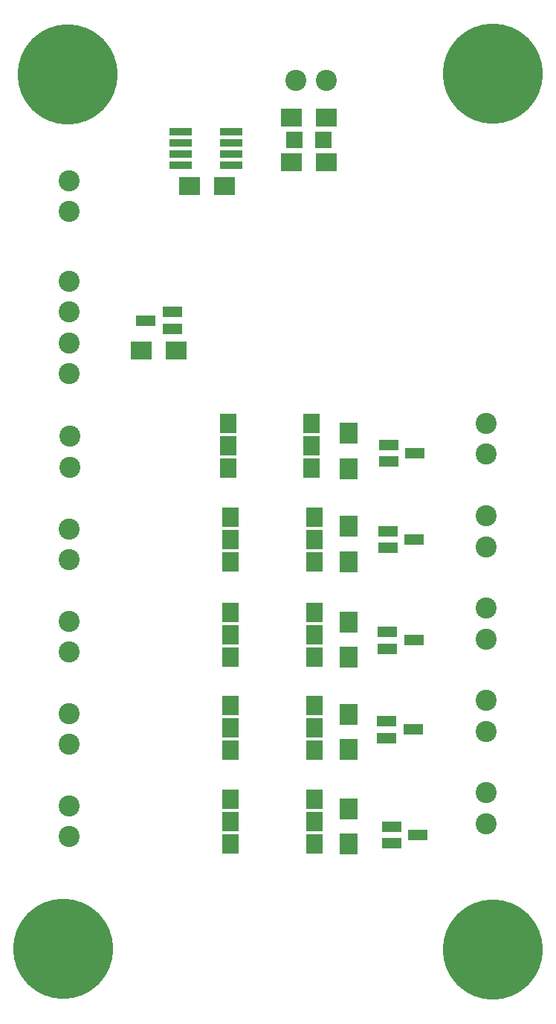
<source format=gbr>
G04 #@! TF.FileFunction,Soldermask,Top*
%FSLAX46Y46*%
G04 Gerber Fmt 4.6, Leading zero omitted, Abs format (unit mm)*
G04 Created by KiCad (PCBNEW 4.0.4-stable) date Sunday, January 08, 2017 'AMt' 04:40:19 AM*
%MOMM*%
%LPD*%
G01*
G04 APERTURE LIST*
%ADD10C,0.100000*%
%ADD11R,1.900000X1.900000*%
%ADD12C,2.400000*%
%ADD13R,2.300000X1.200000*%
%ADD14R,2.400000X2.100000*%
%ADD15R,2.100000X2.400000*%
%ADD16R,2.550000X0.850000*%
%ADD17R,1.920000X2.180000*%
%ADD18C,11.400000*%
%ADD19C,1.100000*%
%ADD20R,2.400000X2.000000*%
G04 APERTURE END LIST*
D10*
D11*
X33650000Y-14800000D03*
X36950000Y-14800000D03*
D12*
X8000000Y-19400000D03*
X8000000Y-22900000D03*
X8000000Y-30850000D03*
X8000000Y-34350000D03*
X8000000Y-37850000D03*
X8000000Y-41350000D03*
X37300000Y-8000000D03*
X33800000Y-8000000D03*
X8050000Y-48500000D03*
X8050000Y-52000000D03*
X8000000Y-59050000D03*
X8000000Y-62550000D03*
X8000000Y-69550000D03*
X8000000Y-73050000D03*
X8000000Y-80050000D03*
X8000000Y-83550000D03*
X8000000Y-90550000D03*
X8000000Y-94050000D03*
X55500000Y-50500000D03*
X55500000Y-47000000D03*
X55500000Y-61050000D03*
X55500000Y-57550000D03*
X55500000Y-71550000D03*
X55500000Y-68050000D03*
X55500000Y-82050000D03*
X55500000Y-78550000D03*
X55500000Y-92550000D03*
X55500000Y-89050000D03*
D13*
X19750000Y-36250000D03*
X19750000Y-34350000D03*
X16750000Y-35300000D03*
D14*
X37300000Y-17300000D03*
X33300000Y-17300000D03*
X37300000Y-12250000D03*
X33300000Y-12250000D03*
X16200000Y-38700000D03*
X20200000Y-38700000D03*
D15*
X39800000Y-48150000D03*
X39800000Y-52150000D03*
X39800000Y-58750000D03*
X39800000Y-62750000D03*
X39800000Y-69650000D03*
X39800000Y-73650000D03*
X39800000Y-80150000D03*
X39800000Y-84150000D03*
X39800000Y-90900000D03*
X39800000Y-94900000D03*
D16*
X26425000Y-17605000D03*
X26425000Y-16335000D03*
X26425000Y-15065000D03*
X26425000Y-13795000D03*
X20675000Y-13795000D03*
X20675000Y-15065000D03*
X20675000Y-16335000D03*
X20675000Y-17605000D03*
D17*
X26085000Y-49600000D03*
X35615000Y-49600000D03*
X26085000Y-52140000D03*
X26085000Y-47060000D03*
X35615000Y-47060000D03*
X35615000Y-52140000D03*
X26385000Y-60200000D03*
X35915000Y-60200000D03*
X26385000Y-62740000D03*
X26385000Y-57660000D03*
X35915000Y-57660000D03*
X35915000Y-62740000D03*
X26385000Y-71100000D03*
X35915000Y-71100000D03*
X26385000Y-73640000D03*
X26385000Y-68560000D03*
X35915000Y-68560000D03*
X35915000Y-73640000D03*
X26385000Y-81650000D03*
X35915000Y-81650000D03*
X26385000Y-84190000D03*
X26385000Y-79110000D03*
X35915000Y-79110000D03*
X35915000Y-84190000D03*
X26385000Y-92350000D03*
X35915000Y-92350000D03*
X26385000Y-94890000D03*
X26385000Y-89810000D03*
X35915000Y-89810000D03*
X35915000Y-94890000D03*
D18*
X7800000Y-7300000D03*
D19*
X11925000Y-7300000D03*
X10726815Y-10226815D03*
X7800000Y-11425000D03*
X4873185Y-10226815D03*
X3675000Y-7300000D03*
X4873185Y-4373185D03*
X7800000Y-3175000D03*
X10726815Y-4373185D03*
D18*
X7323185Y-106823185D03*
D19*
X11448185Y-106823185D03*
X10250000Y-109750000D03*
X7323185Y-110948185D03*
X4396370Y-109750000D03*
X3198185Y-106823185D03*
X4396370Y-103896370D03*
X7323185Y-102698185D03*
X10250000Y-103896370D03*
D18*
X56223185Y-7273185D03*
D19*
X60348185Y-7273185D03*
X59150000Y-10200000D03*
X56223185Y-11398185D03*
X53296370Y-10200000D03*
X52098185Y-7273185D03*
X53296370Y-4346370D03*
X56223185Y-3148185D03*
X59150000Y-4346370D03*
D18*
X56250000Y-106875000D03*
D19*
X60375000Y-106875000D03*
X59176815Y-109801815D03*
X56250000Y-111000000D03*
X53323185Y-109801815D03*
X52125000Y-106875000D03*
X53323185Y-103948185D03*
X56250000Y-102750000D03*
X59176815Y-103948185D03*
D20*
X25700000Y-20000000D03*
X21700000Y-20000000D03*
D13*
X44400000Y-49450000D03*
X44400000Y-51350000D03*
X47400000Y-50400000D03*
X44300000Y-59300000D03*
X44300000Y-61200000D03*
X47300000Y-60250000D03*
X44250000Y-70750000D03*
X44250000Y-72650000D03*
X47250000Y-71700000D03*
X44150000Y-80900000D03*
X44150000Y-82800000D03*
X47150000Y-81850000D03*
X44700000Y-92900000D03*
X44700000Y-94800000D03*
X47700000Y-93850000D03*
M02*

</source>
